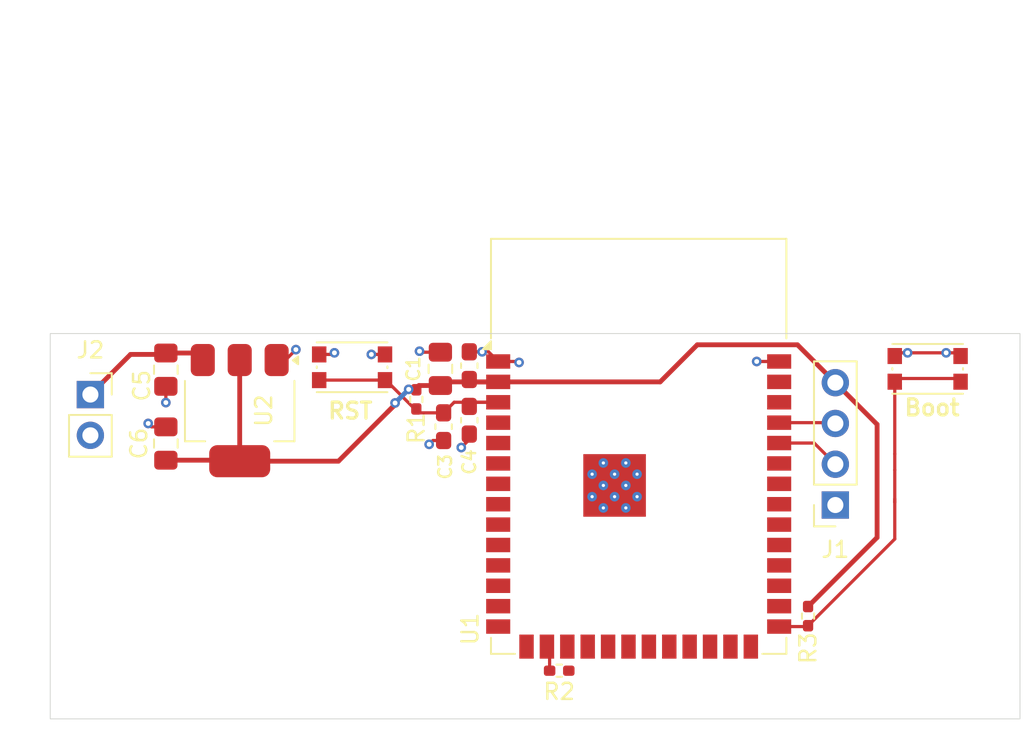
<source format=kicad_pcb>
(kicad_pcb (version 20240108) (generator "pcbnew") (generator_version "8.0")
  (layers (0 "F.Cu" signal) (31 "B.Cu" signal) (34 "B.Paste" user) (35 "F.Paste" user) (36 "B.SilkS" user "B.Silkscreen") (37 "F.SilkS" user "F.Silkscreen") (38 "B.Mask" user) (39 "F.Mask" user) (44 "Edge.Cuts" user))
  (net 0 "")
  (net 1 "Net-(U1-IO0)")
  (net 2 "GND")
  (net 12 "/EN")
  (net 16 "Net-(U1-IO46)")
  (net 17 "/RX")
  (net 27 "/TX")
  (net 35 "+3.3V")
  (net 40 "+5V")
  (footprint "Capacitor_SMD:C_0805_2012Metric_Pad1.18x1.45mm_HandSolder" (layer "F.Cu") (at 124.8 72.750001 -90)
    (property "Reference" "C5" (at 1 1.5 90) (layer "F.SilkS"))
    (property "Value" "10uF")
    (fp_line (start -0.261253 0.735) (end 0.261253 0.735) (stroke (width 0.12)) (layer "F.SilkS"))
    (fp_line (start -0.261253 -0.735) (end 0.261253 -0.735) (stroke (width 0.12)) (layer "F.SilkS"))
    (pad "1" smd roundrect (at -1.0375 0 270) (size 1.175 1.45) (layers "F.Cu" "F.Paste" "F.Mask") (roundrect_rratio 0.212766) (net 40 "+5V"))
    (pad "2" smd roundrect (at 1.0375 0 270) (size 1.175 1.45) (layers "F.Cu" "F.Paste" "F.Mask") (roundrect_rratio 0.212766) (net 2 "GND"))
  )
  (footprint "RF_Module:ESP32-S3-WROOM-1" (layer "F.Cu") (at 154.25 77.5)
    (property "Reference" "U1" (at -10.5 11.4 90) (layer "F.SilkS"))
    (property "Value" "ESP32-S3-WROOM-1")
    (fp_line (start -9.2 -12.9) (end -9.2 -6.7) (stroke (width 0.12)) (layer "F.SilkS"))
    (fp_line (start -9.2 -12.9) (end 9.2 -12.9) (stroke (width 0.12)) (layer "F.SilkS"))
    (fp_line (start -9.2 11.95) (end -9.2 12.95) (stroke (width 0.12)) (layer "F.SilkS"))
    (fp_line (start -9.2 12.95) (end -7.7 12.95) (stroke (width 0.12)) (layer "F.SilkS"))
    (fp_line (start 9.2 -12.9) (end 9.2 -6.7) (stroke (width 0.12)) (layer "F.SilkS"))
    (fp_line (start 9.2 12.95) (end 7.7 12.95) (stroke (width 0.12)) (layer "F.SilkS"))
    (fp_line (start 9.2 12.95) (end 9.2 11.95) (stroke (width 0.12)) (layer "F.SilkS"))
    (fp_poly (pts (xy -9.2 -6.025) (xy -9.7 -6.025) (xy -9.2 -6.525) (xy -9.2 -6.025)) (stroke (width 0.12)) (fill solid) (layer "F.SilkS"))
    (pad "1" smd rect (at -8.75 -5.26) (size 1.5 0.9) (layers "F.Cu" "F.Paste" "F.Mask") (net 2 "GND"))
    (pad "2" smd rect (at -8.75 -3.99) (size 1.5 0.9) (layers "F.Cu" "F.Paste" "F.Mask") (net 35 "+3.3V"))
    (pad "3" smd rect (at -8.75 -2.72) (size 1.5 0.9) (layers "F.Cu" "F.Paste" "F.Mask") (net 12 "/EN"))
    (pad "4" smd rect (at -8.75 -1.45) (size 1.5 0.9) (layers "F.Cu" "F.Paste" "F.Mask"))
    (pad "5" smd rect (at -8.75 -0.18) (size 1.5 0.9) (layers "F.Cu" "F.Paste" "F.Mask"))
    (pad "6" smd rect (at -8.75 1.09) (size 1.5 0.9) (layers "F.Cu" "F.Paste" "F.Mask"))
    (pad "7" smd rect (at -8.75 2.36) (size 1.5 0.9) (layers "F.Cu" "F.Paste" "F.Mask"))
    (pad "8" smd rect (at -8.75 3.63) (size 1.5 0.9) (layers "F.Cu" "F.Paste" "F.Mask"))
    (pad "9" smd rect (at -8.75 4.9) (size 1.5 0.9) (layers "F.Cu" "F.Paste" "F.Mask"))
    (pad "10" smd rect (at -8.75 6.17) (size 1.5 0.9) (layers "F.Cu" "F.Paste" "F.Mask"))
    (pad "11" smd rect (at -8.75 7.44) (size 1.5 0.9) (layers "F.Cu" "F.Paste" "F.Mask"))
    (pad "12" smd rect (at -8.75 8.71) (size 1.5 0.9) (layers "F.Cu" "F.Paste" "F.Mask"))
    (pad "13" smd rect (at -8.75 9.98) (size 1.5 0.9) (layers "F.Cu" "F.Paste" "F.Mask"))
    (pad "14" smd rect (at -8.75 11.25 180) (size 1.5 0.9) (layers "F.Cu" "F.Paste" "F.Mask"))
    (pad "15" smd rect (at -6.985 12.5 270) (size 1.5 0.9) (layers "F.Cu" "F.Paste" "F.Mask"))
    (pad "16" smd rect (at -5.715 12.5 270) (size 1.5 0.9) (layers "F.Cu" "F.Paste" "F.Mask") (net 16 "Net-(U1-IO46)"))
    (pad "17" smd rect (at -4.445 12.5 270) (size 1.5 0.9) (layers "F.Cu" "F.Paste" "F.Mask"))
    (pad "18" smd rect (at -3.175 12.5 270) (size 1.5 0.9) (layers "F.Cu" "F.Paste" "F.Mask"))
    (pad "19" smd rect (at -1.905 12.5 270) (size 1.5 0.9) (layers "F.Cu" "F.Paste" "F.Mask"))
    (pad "20" smd rect (at -0.635 12.5 270) (size 1.5 0.9) (layers "F.Cu" "F.Paste" "F.Mask"))
    (pad "21" smd rect (at 0.635 12.5 270) (size 1.5 0.9) (layers "F.Cu" "F.Paste" "F.Mask"))
    (pad "22" smd rect (at 1.905 12.5 270) (size 1.5 0.9) (layers "F.Cu" "F.Paste" "F.Mask"))
    (pad "23" smd rect (at 3.175 12.5 270) (size 1.5 0.9) (layers "F.Cu" "F.Paste" "F.Mask"))
    (pad "24" smd rect (at 4.445 12.5 270) (size 1.5 0.9) (layers "F.Cu" "F.Paste" "F.Mask"))
    (pad "25" smd rect (at 5.715 12.5 270) (size 1.5 0.9) (layers "F.Cu" "F.Paste" "F.Mask"))
    (pad "26" smd rect (at 6.985 12.5 270) (size 1.5 0.9) (layers "F.Cu" "F.Paste" "F.Mask"))
    (pad "27" smd rect (at 8.75 11.25) (size 1.5 0.9) (layers "F.Cu" "F.Paste" "F.Mask") (net 1 "Net-(U1-IO0)"))
    (pad "28" smd rect (at 8.75 9.98) (size 1.5 0.9) (layers "F.Cu" "F.Paste" "F.Mask"))
    (pad "29" smd rect (at 8.75 8.71) (size 1.5 0.9) (layers "F.Cu" "F.Paste" "F.Mask"))
    (pad "30" smd rect (at 8.75 7.44) (size 1.5 0.9) (layers "F.Cu" "F.Paste" "F.Mask"))
    (pad "31" smd rect (at 8.75 6.17) (size 1.5 0.9) (layers "F.Cu" "F.Paste" "F.Mask"))
    (pad "32" smd rect (at 8.75 4.9) (size 1.5 0.9) (layers "F.Cu" "F.Paste" "F.Mask"))
    (pad "33" smd rect (at 8.75 3.63) (size 1.5 0.9) (layers "F.Cu" "F.Paste" "F.Mask"))
    (pad "34" smd rect (at 8.75 2.36) (size 1.5 0.9) (layers "F.Cu" "F.Paste" "F.Mask"))
    (pad "35" smd rect (at 8.75 1.09) (size 1.5 0.9) (layers "F.Cu" "F.Paste" "F.Mask"))
    (pad "36" smd rect (at 8.75 -0.18) (size 1.5 0.9) (layers "F.Cu" "F.Paste" "F.Mask") (net 17 "/RX"))
    (pad "37" smd rect (at 8.75 -1.45) (size 1.5 0.9) (layers "F.Cu" "F.Paste" "F.Mask") (net 27 "/TX"))
    (pad "38" smd rect (at 8.75 -2.72) (size 1.5 0.9) (layers "F.Cu" "F.Paste" "F.Mask"))
    (pad "39" smd rect (at 8.75 -3.99) (size 1.5 0.9) (layers "F.Cu" "F.Paste" "F.Mask"))
    (pad "40" smd rect (at 8.75 -5.26) (size 1.5 0.9) (layers "F.Cu" "F.Paste" "F.Mask") (net 2 "GND"))
    (pad "41" thru_hole circle (at -2.9 1.76 90) (size 0.6 0.6) (drill 0.2) (property pad_prop_heatsink) (layers "*.Cu" "In1.Cu" "In2.Cu" "In3.Cu" "In4.Cu" "In5.Cu" "In6.Cu" "In7.Cu" "In8.Cu" "In9.Cu" "In10.Cu" "In11.Cu" "In12.Cu" "In13.Cu" "In14.Cu" "In15.Cu" "In16.Cu" "In17.Cu" "In18.Cu" "In19.Cu" "In20.Cu" "In21.Cu" "In22.Cu" "In23.Cu" "In24.Cu" "In25.Cu" "In26.Cu" "In27.Cu" "In28.Cu" "In29.Cu" "In30.Cu" "F.Mask") (net 2 "GND"))
    (pad "41" thru_hole circle (at -2.9 3.16) (size 0.6 0.6) (drill 0.2) (property pad_prop_heatsink) (layers "*.Cu" "In1.Cu" "In2.Cu" "In3.Cu" "In4.Cu" "In5.Cu" "In6.Cu" "In7.Cu" "In8.Cu" "In9.Cu" "In10.Cu" "In11.Cu" "In12.Cu" "In13.Cu" "In14.Cu" "In15.Cu" "In16.Cu" "In17.Cu" "In18.Cu" "In19.Cu" "In20.Cu" "In21.Cu" "In22.Cu" "In23.Cu" "In24.Cu" "In25.Cu" "In26.Cu" "In27.Cu" "In28.Cu" "In29.Cu" "In30.Cu" "F.Mask") (net 2 "GND"))
    (pad "41" thru_hole circle (at -2.2 1.06) (size 0.6 0.6) (drill 0.2) (property pad_prop_heatsink) (layers "*.Cu" "In1.Cu" "In2.Cu" "In3.Cu" "In4.Cu" "In5.Cu" "In6.Cu" "In7.Cu" "In8.Cu" "In9.Cu" "In10.Cu" "In11.Cu" "In12.Cu" "In13.Cu" "In14.Cu" "In15.Cu" "In16.Cu" "In17.Cu" "In18.Cu" "In19.Cu" "In20.Cu" "In21.Cu" "In22.Cu" "In23.Cu" "In24.Cu" "In25.Cu" "In26.Cu" "In27.Cu" "In28.Cu" "In29.Cu" "In30.Cu" "F.Mask") (net 2 "GND"))
    (pad "41" thru_hole circle (at -2.2 2.46) (size 0.6 0.6) (drill 0.2) (property pad_prop_heatsink) (layers "*.Cu" "In1.Cu" "In2.Cu" "In3.Cu" "In4.Cu" "In5.Cu" "In6.Cu" "In7.Cu" "In8.Cu" "In9.Cu" "In10.Cu" "In11.Cu" "In12.Cu" "In13.Cu" "In14.Cu" "In15.Cu" "In16.Cu" "In17.Cu" "In18.Cu" "In19.Cu" "In20.Cu" "In21.Cu" "In22.Cu" "In23.Cu" "In24.Cu" "In25.Cu" "In26.Cu" "In27.Cu" "In28.Cu" "In29.Cu" "In30.Cu" "F.Mask") (net 2 "GND"))
    (pad "41" thru_hole circle (at -2.2 3.86) (size 0.6 0.6) (drill 0.2) (property pad_prop_heatsink) (layers "*.Cu" "In1.Cu" "In2.Cu" "In3.Cu" "In4.Cu" "In5.Cu" "In6.Cu" "In7.Cu" "In8.Cu" "In9.Cu" "In10.Cu" "In11.Cu" "In12.Cu" "In13.Cu" "In14.Cu" "In15.Cu" "In16.Cu" "In17.Cu" "In18.Cu" "In19.Cu" "In20.Cu" "In21.Cu" "In22.Cu" "In23.Cu" "In24.Cu" "In25.Cu" "In26.Cu" "In27.Cu" "In28.Cu" "In29.Cu" "In30.Cu" "F.Mask") (net 2 "GND"))
    (pad "41" thru_hole circle (at -1.5 1.76) (size 0.6 0.6) (drill 0.2) (property pad_prop_heatsink) (layers "*.Cu" "In1.Cu" "In2.Cu" "In3.Cu" "In4.Cu" "In5.Cu" "In6.Cu" "In7.Cu" "In8.Cu" "In9.Cu" "In10.Cu" "In11.Cu" "In12.Cu" "In13.Cu" "In14.Cu" "In15.Cu" "In16.Cu" "In17.Cu" "In18.Cu" "In19.Cu" "In20.Cu" "In21.Cu" "In22.Cu" "In23.Cu" "In24.Cu" "In25.Cu" "In26.Cu" "In27.Cu" "In28.Cu" "In29.Cu" "In30.Cu" "F.Mask") (net 2 "GND"))
    (pad "41" smd rect (at -1.5 2.46 270) (size 3.9 3.9) (property pad_prop_heatsink) (layers "F.Cu" "F.Mask") (net 2 "GND"))
    (pad "41" thru_hole circle (at -1.5 3.16) (size 0.6 0.6) (drill 0.2) (property pad_prop_heatsink) (layers "*.Cu" "In1.Cu" "In2.Cu" "In3.Cu" "In4.Cu" "In5.Cu" "In6.Cu" "In7.Cu" "In8.Cu" "In9.Cu" "In10.Cu" "In11.Cu" "In12.Cu" "In13.Cu" "In14.Cu" "In15.Cu" "In16.Cu" "In17.Cu" "In18.Cu" "In19.Cu" "In20.Cu" "In21.Cu" "In22.Cu" "In23.Cu" "In24.Cu" "In25.Cu" "In26.Cu" "In27.Cu" "In28.Cu" "In29.Cu" "In30.Cu" "F.Mask") (net 2 "GND"))
    (pad "41" thru_hole circle (at -0.8 1.06) (size 0.6 0.6) (drill 0.2) (property pad_prop_heatsink) (layers "*.Cu" "In1.Cu" "In2.Cu" "In3.Cu" "In4.Cu" "In5.Cu" "In6.Cu" "In7.Cu" "In8.Cu" "In9.Cu" "In10.Cu" "In11.Cu" "In12.Cu" "In13.Cu" "In14.Cu" "In15.Cu" "In16.Cu" "In17.Cu" "In18.Cu" "In19.Cu" "In20.Cu" "In21.Cu" "In22.Cu" "In23.Cu" "In24.Cu" "In25.Cu" "In26.Cu" "In27.Cu" "In28.Cu" "In29.Cu" "In30.Cu" "F.Mask") (net 2 "GND"))
    (pad "41" thru_hole circle (at -0.8 2.46) (size 0.6 0.6) (drill 0.2) (property pad_prop_heatsink) (layers "*.Cu" "In1.Cu" "In2.Cu" "In3.Cu" "In4.Cu" "In5.Cu" "In6.Cu" "In7.Cu" "In8.Cu" "In9.Cu" "In10.Cu" "In11.Cu" "In12.Cu" "In13.Cu" "In14.Cu" "In15.Cu" "In16.Cu" "In17.Cu" "In18.Cu" "In19.Cu" "In20.Cu" "In21.Cu" "In22.Cu" "In23.Cu" "In24.Cu" "In25.Cu" "In26.Cu" "In27.Cu" "In28.Cu" "In29.Cu" "In30.Cu" "F.Mask") (net 2 "GND"))
    (pad "41" thru_hole circle (at -0.8 3.86) (size 0.6 0.6) (drill 0.2) (property pad_prop_heatsink) (layers "*.Cu" "In1.Cu" "In2.Cu" "In3.Cu" "In4.Cu" "In5.Cu" "In6.Cu" "In7.Cu" "In8.Cu" "In9.Cu" "In10.Cu" "In11.Cu" "In12.Cu" "In13.Cu" "In14.Cu" "In15.Cu" "In16.Cu" "In17.Cu" "In18.Cu" "In19.Cu" "In20.Cu" "In21.Cu" "In22.Cu" "In23.Cu" "In24.Cu" "In25.Cu" "In26.Cu" "In27.Cu" "In28.Cu" "In29.Cu" "In30.Cu" "F.Mask") (net 2 "GND"))
    (pad "41" thru_hole circle (at -0.1 1.76) (size 0.6 0.6) (drill 0.2) (property pad_prop_heatsink) (layers "*.Cu" "In1.Cu" "In2.Cu" "In3.Cu" "In4.Cu" "In5.Cu" "In6.Cu" "In7.Cu" "In8.Cu" "In9.Cu" "In10.Cu" "In11.Cu" "In12.Cu" "In13.Cu" "In14.Cu" "In15.Cu" "In16.Cu" "In17.Cu" "In18.Cu" "In19.Cu" "In20.Cu" "In21.Cu" "In22.Cu" "In23.Cu" "In24.Cu" "In25.Cu" "In26.Cu" "In27.Cu" "In28.Cu" "In29.Cu" "In30.Cu" "F.Mask") (net 2 "GND"))
    (pad "41" thru_hole circle (at -0.1 3.16) (size 0.6 0.6) (drill 0.2) (property pad_prop_heatsink) (layers "*.Cu" "In1.Cu" "In2.Cu" "In3.Cu" "In4.Cu" "In5.Cu" "In6.Cu" "In7.Cu" "In8.Cu" "In9.Cu" "In10.Cu" "In11.Cu" "In12.Cu" "In13.Cu" "In14.Cu" "In15.Cu" "In16.Cu" "In17.Cu" "In18.Cu" "In19.Cu" "In20.Cu" "In21.Cu" "In22.Cu" "In23.Cu" "In24.Cu" "In25.Cu" "In26.Cu" "In27.Cu" "In28.Cu" "In29.Cu" "In30.Cu" "F.Mask") (net 2 "GND"))
  )
  (footprint "Button_SMD:SW_Push_1P1T_NO_CK_KMR2" (layer "F.Cu") (at 172.25 72.7)
    (property "Reference" "SW2" (hide yes))
    (property "Value" "SW_Push")
    (fp_line (start -2.2 0.05) (end -2.2 -0.05) (stroke (width 0.12)) (layer "F.SilkS"))
    (fp_line (start -2.2 1.55) (end 2.2 1.55) (stroke (width 0.12)) (layer "F.SilkS"))
    (fp_line (start 2.2 -1.55) (end -2.2 -1.55) (stroke (width 0.12)) (layer "F.SilkS"))
    (fp_line (start 2.2 0.05) (end 2.2 -0.05) (stroke (width 0.12)) (layer "F.SilkS"))
    (pad "1" smd rect (at -2.05 -0.8) (size 0.9 1) (layers "F.Cu" "F.Paste" "F.Mask") (net 2 "GND"))
    (pad "1" smd rect (at 2.05 -0.8) (size 0.9 1) (layers "F.Cu" "F.Paste" "F.Mask") (net 2 "GND"))
    (pad "2" smd rect (at -2.05 0.8) (size 0.9 1) (layers "F.Cu" "F.Paste" "F.Mask") (net 1 "Net-(U1-IO0)"))
    (pad "2" smd rect (at 2.05 0.8) (size 0.9 1) (layers "F.Cu" "F.Paste" "F.Mask") (net 1 "Net-(U1-IO0)"))
  )
  (footprint "Capacitor_SMD:C_0805_2012Metric_Pad1.18x1.45mm_HandSolder" (layer "F.Cu") (at 124.8 77.350001 90)
    (property "Reference" "C6" (at 0 -1.679999 90) (layer "F.SilkS"))
    (property "Value" "22uF")
    (fp_line (start -0.261253 -0.735) (end 0.261253 -0.735) (stroke (width 0.12)) (layer "F.SilkS"))
    (fp_line (start -0.261253 0.735) (end 0.261253 0.735) (stroke (width 0.12)) (layer "F.SilkS"))
    (pad "1" smd roundrect (at -1.0375 0 90) (size 1.175 1.45) (layers "F.Cu" "F.Paste" "F.Mask") (roundrect_rratio 0.212766) (net 35 "+3.3V"))
    (pad "2" smd roundrect (at 1.0375 0 90) (size 1.175 1.45) (layers "F.Cu" "F.Paste" "F.Mask") (roundrect_rratio 0.212766) (net 2 "GND"))
  )
  (footprint "Resistor_SMD:R_0402_1005Metric_Pad0.72x0.64mm_HandSolder" (layer "F.Cu") (at 140.4 74.6 -90)
    (property "Reference" "R1" (at 1.8 0 90) (layer "F.SilkS"))
    (property "Value" "10k")
    (fp_line (start -0.167621 0.380001) (end 0.167621 0.380001) (stroke (width 0.12)) (layer "F.SilkS"))
    (fp_line (start -0.167621 -0.380001) (end 0.167621 -0.380001) (stroke (width 0.12)) (layer "F.SilkS"))
    (pad "1" smd roundrect (at -0.5975 0 270) (size 0.715 0.64) (layers "F.Cu" "F.Paste" "F.Mask") (net 35 "+3.3V"))
    (pad "2" smd roundrect (at 0.5975 0 270) (size 0.715 0.64) (layers "F.Cu" "F.Paste" "F.Mask") (net 12 "/EN"))
  )
  (footprint "Connector_PinSocket_2.54mm:PinSocket_1x02_P2.54mm_Vertical" (layer "F.Cu") (at 120.1 74.3)
    (property "Reference" "J2" (at 0 -2.77 0) (layer "F.SilkS"))
    (property "Value" "Conn_01x02_Socket")
    (fp_line (start -1.33 1.27) (end -1.33 3.87) (stroke (width 0.12)) (layer "F.SilkS"))
    (fp_line (start -1.33 1.27) (end 1.33 1.27) (stroke (width 0.12)) (layer "F.SilkS"))
    (fp_line (start -1.33 3.87) (end 1.33 3.87) (stroke (width 0.12)) (layer "F.SilkS"))
    (fp_line (start 0 -1.33) (end 1.33 -1.33) (stroke (width 0.12)) (layer "F.SilkS"))
    (fp_line (start 1.33 -1.33) (end 1.33 0) (stroke (width 0.12)) (layer "F.SilkS"))
    (fp_line (start 1.33 1.27) (end 1.33 3.87) (stroke (width 0.12)) (layer "F.SilkS"))
    (pad "1" thru_hole rect (at 0 0) (size 1.7 1.7) (drill 1) (layers "*.Cu" "*.Mask" "In1.Cu" "In2.Cu" "In3.Cu" "In4.Cu" "In5.Cu" "In6.Cu" "In7.Cu" "In8.Cu" "In9.Cu" "In10.Cu" "In11.Cu" "In12.Cu" "In13.Cu" "In14.Cu" "In15.Cu" "In16.Cu" "In17.Cu" "In18.Cu" "In19.Cu" "In20.Cu" "In21.Cu" "In22.Cu" "In23.Cu" "In24.Cu" "In25.Cu" "In26.Cu" "In27.Cu" "In28.Cu" "In29.Cu" "In30.Cu") (net 40 "+5V"))
    (pad "2" thru_hole oval (at 0 2.54) (size 1.7 1.7) (drill 1) (layers "*.Cu" "*.Mask" "In1.Cu" "In2.Cu" "In3.Cu" "In4.Cu" "In5.Cu" "In6.Cu" "In7.Cu" "In8.Cu" "In9.Cu" "In10.Cu" "In11.Cu" "In12.Cu" "In13.Cu" "In14.Cu" "In15.Cu" "In16.Cu" "In17.Cu" "In18.Cu" "In19.Cu" "In20.Cu" "In21.Cu" "In22.Cu" "In23.Cu" "In24.Cu" "In25.Cu" "In26.Cu" "In27.Cu" "In28.Cu" "In29.Cu" "In30.Cu") (net 2 "GND"))
  )
  (footprint "Connector_PinSocket_2.54mm:PinSocket_1x04_P2.54mm_Vertical" (layer "F.Cu") (at 166.5 81.179999 180)
    (property "Reference" "J1" (at 0 -2.77 360) (layer "F.SilkS"))
    (property "Value" "Conn_01x04_Pin")
    (fp_line (start 1.33 1.270001) (end 1.33 8.95) (stroke (width 0.12)) (layer "F.SilkS"))
    (fp_line (start 1.33 -1.33) (end 1.33 0) (stroke (width 0.12)) (layer "F.SilkS"))
    (fp_line (start 0 -1.33) (end 1.33 -1.33) (stroke (width 0.12)) (layer "F.SilkS"))
    (fp_line (start -1.33 8.95) (end 1.33 8.95) (stroke (width 0.12)) (layer "F.SilkS"))
    (fp_line (start -1.33 1.270001) (end 1.33 1.270001) (stroke (width 0.12)) (layer "F.SilkS"))
    (fp_line (start -1.33 1.270001) (end -1.33 8.95) (stroke (width 0.12)) (layer "F.SilkS"))
    (pad "1" thru_hole rect (at 0 0 180) (size 1.7 1.7) (drill 1) (layers "*.Cu" "*.Mask" "In1.Cu" "In2.Cu" "In3.Cu" "In4.Cu" "In5.Cu" "In6.Cu" "In7.Cu" "In8.Cu" "In9.Cu" "In10.Cu" "In11.Cu" "In12.Cu" "In13.Cu" "In14.Cu" "In15.Cu" "In16.Cu" "In17.Cu" "In18.Cu" "In19.Cu" "In20.Cu" "In21.Cu" "In22.Cu" "In23.Cu" "In24.Cu" "In25.Cu" "In26.Cu" "In27.Cu" "In28.Cu" "In29.Cu" "In30.Cu") (net 2 "GND"))
    (pad "2" thru_hole oval (at 0 2.54 180) (size 1.7 1.7) (drill 1) (layers "*.Cu" "*.Mask" "In1.Cu" "In2.Cu" "In3.Cu" "In4.Cu" "In5.Cu" "In6.Cu" "In7.Cu" "In8.Cu" "In9.Cu" "In10.Cu" "In11.Cu" "In12.Cu" "In13.Cu" "In14.Cu" "In15.Cu" "In16.Cu" "In17.Cu" "In18.Cu" "In19.Cu" "In20.Cu" "In21.Cu" "In22.Cu" "In23.Cu" "In24.Cu" "In25.Cu" "In26.Cu" "In27.Cu" "In28.Cu" "In29.Cu" "In30.Cu") (net 17 "/RX"))
    (pad "3" thru_hole oval (at 0 5.079999 180) (size 1.7 1.7) (drill 1) (layers "*.Cu" "*.Mask" "In1.Cu" "In2.Cu" "In3.Cu" "In4.Cu" "In5.Cu" "In6.Cu" "In7.Cu" "In8.Cu" "In9.Cu" "In10.Cu" "In11.Cu" "In12.Cu" "In13.Cu" "In14.Cu" "In15.Cu" "In16.Cu" "In17.Cu" "In18.Cu" "In19.Cu" "In20.Cu" "In21.Cu" "In22.Cu" "In23.Cu" "In24.Cu" "In25.Cu" "In26.Cu" "In27.Cu" "In28.Cu" "In29.Cu" "In30.Cu") (net 27 "/TX"))
    (pad "4" thru_hole oval (at 0 7.62 180) (size 1.7 1.7) (drill 1) (layers "*.Cu" "*.Mask" "In1.Cu" "In2.Cu" "In3.Cu" "In4.Cu" "In5.Cu" "In6.Cu" "In7.Cu" "In8.Cu" "In9.Cu" "In10.Cu" "In11.Cu" "In12.Cu" "In13.Cu" "In14.Cu" "In15.Cu" "In16.Cu" "In17.Cu" "In18.Cu" "In19.Cu" "In20.Cu" "In21.Cu" "In22.Cu" "In23.Cu" "In24.Cu" "In25.Cu" "In26.Cu" "In27.Cu" "In28.Cu" "In29.Cu" "In30.Cu") (net 35 "+3.3V"))
  )
  (footprint "Package_TO_SOT_SMD:SOT-223-3_TabPin2" (layer "F.Cu") (at 129.4 75.3 -90)
    (property "Reference" "U2" (at 0 -1.5 90) (layer "F.SilkS"))
    (property "Value" "AMS1117-3.3")
    (fp_line (start -1.85 3.410001) (end 1.91 3.41) (stroke (width 0.12)) (layer "F.SilkS"))
    (fp_line (start 1.91 3.41) (end 1.91 2.150001) (stroke (width 0.12)) (layer "F.SilkS"))
    (fp_line (start 1.91 -3.41) (end 1.91 -2.150001) (stroke (width 0.12)) (layer "F.SilkS"))
    (fp_line (start -1.85 -3.410001) (end 1.91 -3.41) (stroke (width 0.12)) (layer "F.SilkS"))
    (fp_poly (pts (xy -3.13 -3.31) (xy -3.37 -3.64) (xy -2.89 -3.64) (xy -3.13 -3.31)) (stroke (width 0.12)) (fill solid) (layer "F.SilkS"))
    (pad "1" smd roundrect (at -3.15 -2.3 270) (size 2 1.5) (layers "F.Cu" "F.Paste" "F.Mask") (net 2 "GND"))
    (pad "2" smd roundrect (at -3.149999 0 270) (size 2 1.5) (layers "F.Cu" "F.Paste" "F.Mask") (net 35 "+3.3V"))
    (pad "2" smd roundrect (at 3.149999 0 270) (size 2 3.8) (layers "F.Cu" "F.Paste" "F.Mask") (net 35 "+3.3V"))
    (pad "3" smd roundrect (at -3.15 2.3 270) (size 2 1.5) (layers "F.Cu" "F.Paste" "F.Mask") (net 40 "+5V"))
  )
  (footprint "Capacitor_SMD:C_0603_1608Metric_Pad1.08x0.95mm_HandSolder" (layer "F.Cu") (at 142.1 76.3 -90)
    (property "Reference" "C3" (at 2.5 -0.1 90) (layer "F.SilkS") (effects (font (size 0.8 0.8))))
    (property "Value" "1uF")
    (fp_line (start -0.146267 0.51) (end 0.146267 0.51) (stroke (width 0.12)) (layer "F.SilkS"))
    (fp_line (start -0.146267 -0.51) (end 0.146267 -0.51) (stroke (width 0.12)) (layer "F.SilkS"))
    (pad "1" smd roundrect (at -0.862501 0 270) (size 1.075 0.95) (layers "F.Cu" "F.Paste" "F.Mask") (net 12 "/EN"))
    (pad "2" smd roundrect (at 0.862501 0 270) (size 1.075 0.95) (layers "F.Cu" "F.Paste" "F.Mask") (net 2 "GND"))
  )
  (footprint "Resistor_SMD:R_0402_1005Metric_Pad0.72x0.64mm_HandSolder" (layer "F.Cu") (at 164.8 88.1 -90)
    (property "Reference" "R3" (at 2 0 90) (layer "F.SilkS"))
    (property "Value" "10k")
    (fp_line (start -0.167621 0.380001) (end 0.167621 0.380001) (stroke (width 0.12)) (layer "F.SilkS"))
    (fp_line (start -0.167621 -0.380001) (end 0.167621 -0.380001) (stroke (width 0.12)) (layer "F.SilkS"))
    (pad "1" smd roundrect (at -0.5975 0 270) (size 0.715 0.64) (layers "F.Cu" "F.Paste" "F.Mask") (net 35 "+3.3V"))
    (pad "2" smd roundrect (at 0.5975 0 270) (size 0.715 0.64) (layers "F.Cu" "F.Paste" "F.Mask") (net 1 "Net-(U1-IO0)"))
  )
  (footprint "Capacitor_SMD:C_0603_1608Metric_Pad1.08x0.95mm_HandSolder" (layer "F.Cu") (at 143.7 75.9 -90)
    (property "Reference" "C4" (at 2.6 0 90) (layer "F.SilkS") (effects (font (size 0.8 0.8))))
    (property "Value" "0.1uF")
    (fp_line (start -0.146267 0.51) (end 0.146267 0.51) (stroke (width 0.12)) (layer "F.SilkS"))
    (fp_line (start -0.146267 -0.51) (end 0.146267 -0.51) (stroke (width 0.12)) (layer "F.SilkS"))
    (pad "1" smd roundrect (at -0.862501 0 270) (size 1.075 0.95) (layers "F.Cu" "F.Paste" "F.Mask") (net 12 "/EN"))
    (pad "2" smd roundrect (at 0.862501 0 270) (size 1.075 0.95) (layers "F.Cu" "F.Paste" "F.Mask") (net 2 "GND"))
  )
  (footprint "Button_SMD:SW_Push_1P1T_NO_CK_KMR2" (layer "F.Cu") (at 136.4 72.6)
    (property "Reference" "SW1" (hide yes))
    (property "Value" "SW_Push")
    (fp_line (start -2.2 0.05) (end -2.2 -0.05) (stroke (width 0.12)) (layer "F.SilkS"))
    (fp_line (start -2.199999 1.55) (end 2.199999 1.55) (stroke (width 0.12)) (layer "F.SilkS"))
    (fp_line (start 2.199999 -1.55) (end -2.199999 -1.55) (stroke (width 0.12)) (layer "F.SilkS"))
    (fp_line (start 2.2 0.05) (end 2.2 -0.05) (stroke (width 0.12)) (layer "F.SilkS"))
    (pad "1" smd rect (at -2.049999 -0.8) (size 0.9 1) (layers "F.Cu" "F.Paste" "F.Mask") (net 2 "GND"))
    (pad "1" smd rect (at 2.049999 -0.8) (size 0.9 1) (layers "F.Cu" "F.Paste" "F.Mask") (net 2 "GND"))
    (pad "2" smd rect (at -2.049999 0.8) (size 0.9 1) (layers "F.Cu" "F.Paste" "F.Mask") (net 12 "/EN"))
    (pad "2" smd rect (at 2.049999 0.8) (size 0.9 1) (layers "F.Cu" "F.Paste" "F.Mask") (net 12 "/EN"))
  )
  (footprint "Capacitor_SMD:C_0805_2012Metric_Pad1.18x1.45mm_HandSolder" (layer "F.Cu") (at 141.9 72.7 90)
    (property "Reference" "C1" (at 0 -1.679999 90) (layer "F.SilkS") (effects (font (size 0.8 0.8))))
    (property "Value" "22uF")
    (fp_line (start -0.261253 -0.735) (end 0.261253 -0.735) (stroke (width 0.12)) (layer "F.SilkS"))
    (fp_line (start -0.261253 0.735) (end 0.261253 0.735) (stroke (width 0.12)) (layer "F.SilkS"))
    (pad "1" smd roundrect (at -1.0375 0 90) (size 1.175 1.45) (layers "F.Cu" "F.Paste" "F.Mask") (roundrect_rratio 0.212766) (net 35 "+3.3V"))
    (pad "2" smd roundrect (at 1.0375 0 90) (size 1.175 1.45) (layers "F.Cu" "F.Paste" "F.Mask") (roundrect_rratio 0.212766) (net 2 "GND"))
  )
  (footprint "Capacitor_SMD:C_0603_1608Metric_Pad1.08x0.95mm_HandSolder" (layer "F.Cu") (at 143.7 72.5 90)
    (property "Reference" "C2" (hide yes))
    (property "Value" "0.1uF")
    (fp_line (start -0.146267 -0.51) (end 0.146267 -0.51) (stroke (width 0.12)) (layer "F.SilkS"))
    (fp_line (start -0.146267 0.51) (end 0.146267 0.51) (stroke (width 0.12)) (layer "F.SilkS"))
    (pad "1" smd roundrect (at -0.862501 0 90) (size 1.075 0.95) (layers "F.Cu" "F.Paste" "F.Mask") (net 35 "+3.3V"))
    (pad "2" smd roundrect (at 0.862501 0 90) (size 1.075 0.95) (layers "F.Cu" "F.Paste" "F.Mask") (net 2 "GND"))
  )
  (footprint "Resistor_SMD:R_0402_1005Metric_Pad0.72x0.64mm_HandSolder" (layer "F.Cu") (at 149.3 91.5)
    (property "Reference" "R2" (at 0 1.3 0) (layer "F.SilkS"))
    (property "Value" "10k")
    (fp_line (start -0.167621 -0.38) (end 0.167621 -0.38) (stroke (width 0.12)) (layer "F.SilkS"))
    (fp_line (start -0.167621 0.38) (end 0.167621 0.38) (stroke (width 0.12)) (layer "F.SilkS"))
    (pad "1" smd roundrect (at -0.5975 0) (size 0.715 0.64) (layers "F.Cu" "F.Paste" "F.Mask") (net 16 "Net-(U1-IO46)"))
    (pad "2" smd roundrect (at 0.5975 0) (size 0.715 0.64) (layers "F.Cu" "F.Paste" "F.Mask") (net 2 "GND"))
  )
  (gr_rect (start 117.6 70.5) (end 178 94.5) (stroke (width 0.05)) (fill none) (layer "Edge.Cuts"))
  (gr_text "RST" (at 134.8 75.9 0) (layer "F.SilkS") (effects (font (size 1 1) (thickness 0.2) (bold yes)) (justify left bottom)))
  (gr_text "Boot" (at 170.7 75.7 0) (layer "F.SilkS") (effects (font (size 1 1) (thickness 0.2) (bold yes)) (justify left bottom)))
  (segment (start 170.2 79) (end 170.2 78) (width 0.2) (layer "F.Cu") (net 1))
  (segment (start 170.2 81) (end 170.2 79) (width 0.2) (layer "F.Cu") (net 1))
  (segment (start 170.2 81) (end 170.2 80.8) (width 0.2) (layer "F.Cu") (net 1))
  (segment (start 163 88.75) (end 164.855 88.75) (width 0.2) (layer "F.Cu") (net 1))
  (segment (start 164.855 88.75) (end 164.905 88.7) (width 0.2) (layer "F.Cu") (net 1))
  (segment (start 170.2 78) (end 170.2 73.3) (width 0.2) (layer "F.Cu") (net 1))
  (segment (start 170.2 73.3) (end 174.3 73.3) (width 0.2) (layer "F.Cu") (net 1))
  (segment (start 170.2 83.2975) (end 170.2 81) (width 0.2) (layer "F.Cu") (net 1))
  (segment (start 164.8 88.6975) (end 170.2 83.2975) (width 0.2) (layer "F.Cu") (net 1))
  (segment (start 146.74 72.24) (end 145.5 72.24) (width 0.2) (layer "F.Cu") (net 2))
  (segment (start 161.6 72.24) (end 163 72.24) (width 0.2) (layer "F.Cu") (net 2))
  (segment (start 124.8 73.787501) (end 124.8 74.8) (width 0.2) (layer "F.Cu") (net 2))
  (segment (start 134.350001 71.8) (end 135.2 71.8) (width 0.2) (layer "F.Cu") (net 2))
  (segment (start 143.7 77.1) (end 143.2 77.6) (width 0.2) (layer "F.Cu") (net 2))
  (segment (start 124.8 76.312501) (end 123.912501 76.312501) (width 0.2) (layer "F.Cu") (net 2))
  (segment (start 135.2 71.8) (end 135.3 71.7) (width 0.2) (layer "F.Cu") (net 2))
  (segment (start 143.7 76.762501) (end 143.7 77.1) (width 0.2) (layer "F.Cu") (net 2))
  (segment (start 123.912501 76.312501) (end 123.7 76.1) (width 0.2) (layer "F.Cu") (net 2))
  (segment (start 173.4 71.7) (end 171 71.7) (width 0.2) (layer "F.Cu") (net 2))
  (segment (start 138.449999 71.8) (end 137.6 71.8) (width 0.2) (layer "F.Cu") (net 2))
  (segment (start 140.6625 71.6625) (end 140.6 71.6) (width 0.2) (layer "F.Cu") (net 2))
  (segment (start 144.897499 71.637499) (end 145.5 72.24) (width 0.2) (layer "F.Cu") (net 2))
  (segment (start 141.9 71.6625) (end 140.6625 71.6625) (width 0.2) (layer "F.Cu") (net 2))
  (segment (start 141.437499 77.162501) (end 142.1 77.162501) (width 0.2) (layer "F.Cu") (net 2))
  (segment (start 146.8 72.3) (end 146.74 72.24) (width 0.2) (layer "F.Cu") (net 2))
  (segment (start 132.9 71.5) (end 132.25 72.15) (width 0.2) (layer "F.Cu") (net 2))
  (segment (start 171 71.7) (end 170.2 71.7) (width 0.2) (layer "F.Cu") (net 2))
  (segment (start 143.7 71.637499) (end 144.5 71.637499) (width 0.2) (layer "F.Cu") (net 2))
  (segment (start 174.3 71.7) (end 173.4 71.7) (width 0.2) (layer "F.Cu") (net 2))
  (segment (start 144.5 71.637499) (end 144.897499 71.637499) (width 0.2) (layer "F.Cu") (net 2))
  (segment (start 141.2 77.4) (end 141.437499 77.162501) (width 0.2) (layer "F.Cu") (net 2))
  (segment (start 132.25 72.15) (end 131.7 72.15) (width 0.2) (layer "F.Cu") (net 2))
  (via (at 132.9 71.5) (size 0.6) (drill 0.3) (layers "F.Cu" "B.Cu") (net 2))
  (via (at 161.6 72.24) (size 0.6) (drill 0.3) (layers "F.Cu" "B.Cu") (net 2))
  (via (at 124.8 74.8) (size 0.6) (drill 0.3) (layers "F.Cu" "B.Cu") (net 2))
  (via (at 173.4 71.7) (size 0.6) (drill 0.3) (layers "F.Cu" "B.Cu") (net 2))
  (via (at 123.7 76.1) (size 0.6) (drill 0.3) (layers "F.Cu" "B.Cu") (net 2))
  (via (at 141.2 77.4) (size 0.6) (drill 0.3) (layers "F.Cu" "B.Cu") (net 2))
  (via (at 137.6 71.8) (size 0.6) (drill 0.3) (layers "F.Cu" "B.Cu") (net 2))
  (via (at 171 71.7) (size 0.6) (drill 0.3) (layers "F.Cu" "B.Cu") (net 2))
  (via (at 144.5 71.637499) (size 0.6) (drill 0.3) (layers "F.Cu" "B.Cu") (net 2))
  (via (at 146.8 72.3) (size 0.6) (drill 0.3) (layers "F.Cu" "B.Cu") (net 2))
  (via (at 143.2 77.6) (size 0.6) (drill 0.3) (layers "F.Cu" "B.Cu") (net 2))
  (via (at 135.3 71.7) (size 0.6) (drill 0.3) (layers "F.Cu" "B.Cu") (net 2))
  (via (at 140.6 71.6) (size 0.6) (drill 0.3) (layers "F.Cu" "B.Cu") (net 2))
  (segment (start 138.5025 73.4) (end 140.3 75.1975) (width 0.2) (layer "F.Cu") (net 12))
  (segment (start 138.6 73.4) (end 134.350001 73.4) (width 0.2) (layer "F.Cu") (net 12))
  (segment (start 143.957499 74.78) (end 143.7 75.037499) (width 0.2) (layer "F.Cu") (net 12))
  (segment (start 142.1 75.437499) (end 140.539999 75.437499) (width 0.2) (layer "F.Cu") (net 12))
  (segment (start 140.539999 75.437499) (end 140.3 75.1975) (width 0.2) (layer "F.Cu") (net 12))
  (segment (start 138.449999 73.4) (end 138.5025 73.4) (width 0.2) (layer "F.Cu") (net 12))
  (segment (start 145.5 74.78) (end 143.957499 74.78) (width 0.2) (layer "F.Cu") (net 12))
  (segment (start 142.757499 74.78) (end 142.1 75.437499) (width 0.2) (layer "F.Cu") (net 12))
  (segment (start 145.5 74.78) (end 142.757499 74.78) (width 0.2) (layer "F.Cu") (net 12))
  (segment (start 148.7025 91.5) (end 148.7025 90.1675) (width 0.2) (layer "F.Cu") (net 16))
  (segment (start 148.7025 90.1675) (end 148.535 90) (width 0.2) (layer "F.Cu") (net 16))
  (segment (start 163 77.32) (end 165.180001 77.32) (width 0.2) (layer "F.Cu") (net 17))
  (segment (start 165.180001 77.32) (end 166.5 78.639999) (width 0.2) (layer "F.Cu") (net 17))
  (segment (start 166.45 76.05) (end 166.5 76.1) (width 0.2) (layer "F.Cu") (net 27))
  (segment (start 163 76.05) (end 166.45 76.05) (width 0.2) (layer "F.Cu") (net 27))
  (segment (start 135.550001 78.449999) (end 129.4 78.449999) (width 0.3) (layer "F.Cu") (net 35))
  (segment (start 164.8 87.5025) (end 169.1 83.2025) (width 0.3) (layer "F.Cu") (net 35))
  (segment (start 143.847499 73.51) (end 143.7 73.362501) (width 0.3) (layer "F.Cu") (net 35))
  (segment (start 145.5 73.51) (end 143.847499 73.51) (width 0.3) (layer "F.Cu") (net 35))
  (segment (start 157.9 71.2) (end 164.140001 71.2) (width 0.3) (layer "F.Cu") (net 35))
  (segment (start 139.076985 74.923015) (end 135.550001 78.449999) (width 0.3) (layer "F.Cu") (net 35))
  (segment (start 169.1 83.2025) (end 169.1 76.159999) (width 0.3) (layer "F.Cu") (net 35))
  (segment (start 139.95353 74.0025) (end 140.4 74.0025) (width 0.3) (layer "F.Cu") (net 35))
  (segment (start 139.076985 74.823015) (end 139.076985 74.923015) (width 0.3) (layer "F.Cu") (net 35))
  (segment (start 145.5 73.51) (end 155.59 73.51) (width 0.3) (layer "F.Cu") (net 35))
  (segment (start 164.140001 71.2) (end 166.5 73.559999) (width 0.3) (layer "F.Cu") (net 35))
  (segment (start 129.4 72.150001) (end 129.4 78.449999) (width 0.3) (layer "F.Cu") (net 35))
  (segment (start 139.925515 73.974485) (end 139.95353 74.0025) (width 0.3) (layer "F.Cu") (net 35))
  (segment (start 155.59 73.51) (end 157.9 71.2) (width 0.3) (layer "F.Cu") (net 35))
  (segment (start 169.1 76.159999) (end 166.5 73.559999) (width 0.3) (layer "F.Cu") (net 35))
  (segment (start 141.9 73.7375) (end 140.565 73.7375) (width 0.3) (layer "F.Cu") (net 35))
  (segment (start 140.565 73.7375) (end 140.3 74.0025) (width 0.3) (layer "F.Cu") (net 35))
  (segment (start 145.5 73.51) (end 142.1275 73.51) (width 0.3) (layer "F.Cu") (net 35))
  (segment (start 142.1275 73.51) (end 141.9 73.7375) (width 0.3) (layer "F.Cu") (net 35))
  (segment (start 124.8 78.387501) (end 129.337502 78.387501) (width 0.3) (layer "F.Cu") (net 35))
  (segment (start 129.337502 78.387501) (end 129.4 78.449999) (width 0.3) (layer "F.Cu") (net 35))
  (segment (start 139.076985 74.923015) (end 138.6 75.4) (width 0.3) (layer "F.Cu") (net 35))
  (via (at 139.076985 74.823015) (size 0.6) (drill 0.3) (layers "F.Cu" "B.Cu") (net 35))
  (via (at 139.925515 73.974485) (size 0.6) (drill 0.3) (layers "F.Cu" "B.Cu") (net 35))
  (segment (start 139.076985 74.823015) (end 139.925515 73.974485) (width 0.3) (layer "B.Cu") (net 35))
  (segment (start 124.712501 71.8) (end 124.8 71.712501) (width 0.3) (layer "F.Cu") (net 40))
  (segment (start 126.662501 71.712501) (end 127.1 72.15) (width 0.3) (layer "F.Cu") (net 40))
  (segment (start 122.6 71.8) (end 124.712501 71.8) (width 0.3) (layer "F.Cu") (net 40))
  (segment (start 120.1 74.3) (end 122.6 71.8) (width 0.3) (layer "F.Cu") (net 40))
  (segment (start 124.8 71.712501) (end 126.662501 71.712501) (width 0.3) (layer "F.Cu") (net 40))
)
</source>
